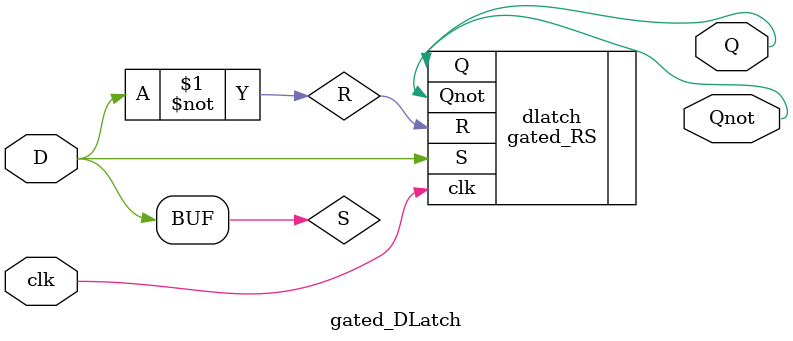
<source format=v>
module gated_DLatch (clk, D, Q, Qnot);
   input  D, clk;
   output Q, Qnot;
	
	wire R, S;
	assign S = D;
	assign R = ~D;
	
	gated_RS dlatch (
		.clk(clk),
		.R(R),
		.S(S),
		.Q(Q),
		.Qnot(Qnot)
	);
	
endmodule
</source>
